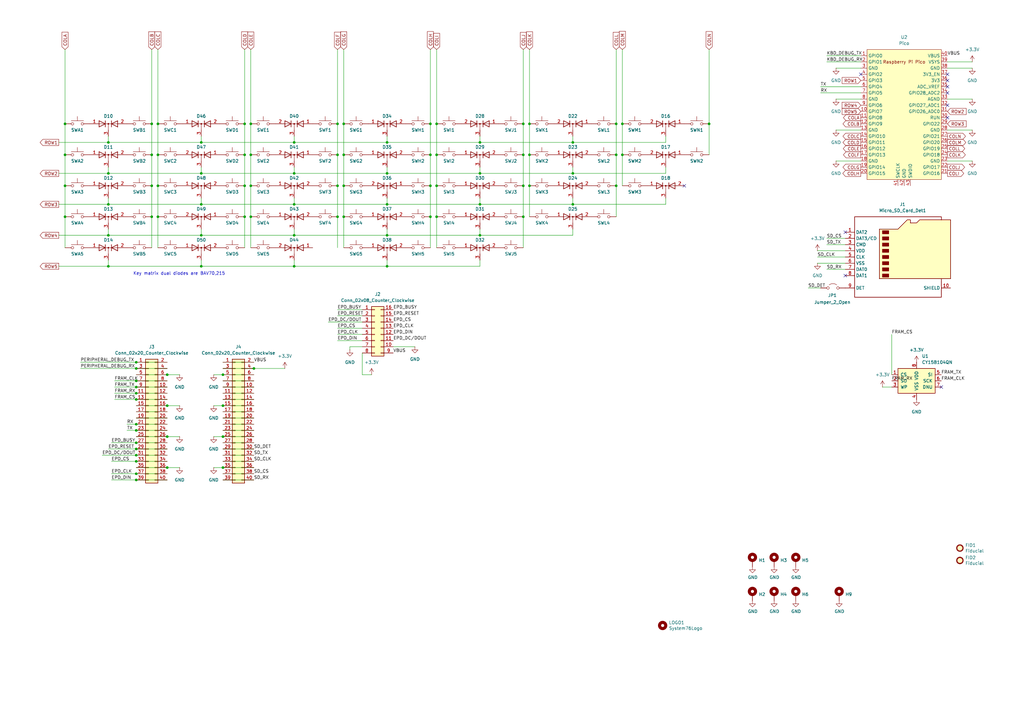
<source format=kicad_sch>
(kicad_sch (version 20231120) (generator "eeschema") (generator_version "8.0")
  (paper "A3")
  (title_block (title "Launch Lite") (date "2021-12-08") (rev "1.0") (company "System76"))
  (junction (at 82.55 109.22))
  (junction (at 214.63 63.5))
  (junction (at 217.17 63.5))
  (junction (at 68.58 191.77))
  (junction (at 68.58 166.37))
  (junction (at 102.87 76.2))
  (junction (at 55.88 194.31))
  (junction (at 176.53 76.2))
  (junction (at 55.88 158.75))
  (junction (at 62.23 50.8))
  (junction (at 55.88 163.83))
  (junction (at 120.65 109.22))
  (junction (at 234.95 58.42))
  (junction (at 62.23 76.2))
  (junction (at 55.88 186.69))
  (junction (at 196.85 71.12))
  (junction (at 82.55 71.12))
  (junction (at 100.33 76.2))
  (junction (at 26.67 76.2))
  (junction (at 158.75 58.42))
  (junction (at 44.45 83.82))
  (junction (at 64.77 63.5))
  (junction (at 55.88 176.53))
  (junction (at 55.88 161.29))
  (junction (at 44.45 96.52))
  (junction (at 64.77 50.8))
  (junction (at 55.88 151.13))
  (junction (at 120.65 71.12))
  (junction (at 217.17 50.8))
  (junction (at 55.88 181.61))
  (junction (at 100.33 63.5))
  (junction (at 234.95 83.82))
  (junction (at 140.97 88.9))
  (junction (at 82.55 96.52))
  (junction (at 252.73 50.8))
  (junction (at 55.88 196.85))
  (junction (at 26.67 63.5))
  (junction (at 120.65 58.42))
  (junction (at 91.44 166.37))
  (junction (at 290.83 50.8))
  (junction (at 26.67 88.9))
  (junction (at 44.45 58.42))
  (junction (at 255.27 50.8))
  (junction (at 214.63 50.8))
  (junction (at 55.88 156.21))
  (junction (at 217.17 76.2))
  (junction (at 68.58 179.07))
  (junction (at 158.75 109.22))
  (junction (at 138.43 76.2))
  (junction (at 102.87 50.8))
  (junction (at 214.63 88.9))
  (junction (at 55.88 189.23))
  (junction (at 176.53 50.8))
  (junction (at 82.55 83.82))
  (junction (at 102.87 63.5))
  (junction (at 138.43 63.5))
  (junction (at 68.58 153.67))
  (junction (at 140.97 50.8))
  (junction (at 158.75 83.82))
  (junction (at 44.45 109.22))
  (junction (at 91.44 179.07))
  (junction (at 82.55 58.42))
  (junction (at 55.88 173.99))
  (junction (at 252.73 76.2))
  (junction (at 62.23 63.5))
  (junction (at 196.85 83.82))
  (junction (at 26.67 50.8))
  (junction (at 120.65 83.82))
  (junction (at 44.45 71.12))
  (junction (at 214.63 76.2))
  (junction (at 176.53 63.5))
  (junction (at 179.07 50.8))
  (junction (at 138.43 88.9))
  (junction (at 62.23 88.9))
  (junction (at 234.95 71.12))
  (junction (at 64.77 76.2))
  (junction (at 196.85 96.52))
  (junction (at 91.44 191.77))
  (junction (at 158.75 71.12))
  (junction (at 252.73 63.5))
  (junction (at 140.97 76.2))
  (junction (at 176.53 88.9))
  (junction (at 179.07 88.9))
  (junction (at 100.33 50.8))
  (junction (at 102.87 88.9))
  (junction (at 179.07 76.2))
  (junction (at 179.07 63.5))
  (junction (at 140.97 63.5))
  (junction (at 120.65 96.52))
  (junction (at 158.75 96.52))
  (junction (at 100.33 88.9))
  (junction (at 55.88 184.15))
  (junction (at 64.77 88.9))
  (junction (at 91.44 153.67))
  (junction (at 196.85 58.42))
  (junction (at 55.88 148.59))
  (junction (at 255.27 63.5))
  (junction (at 138.43 50.8))
  (junction (at 104.14 151.13))
  (no_connect (at 346.71 95.25))
  (no_connect (at 280.67 76.2))
  (no_connect (at 346.71 113.03))
  (no_connect (at 388.62 35.56))
  (no_connect (at 388.62 33.02))
  (no_connect (at 353.06 30.48))
  (no_connect (at 388.62 30.48))
  (no_connect (at 388.62 43.18))
  (no_connect (at 386.08 158.75))
  (no_connect (at 388.62 48.26))
  (no_connect (at 388.62 38.1))
  (wire (pts (xy 290.83 50.8) (xy 290.83 63.5)))
  (wire (pts (xy 55.88 191.77) (xy 68.58 191.77)))
  (wire (pts (xy 120.65 96.52) (xy 158.75 96.52)))
  (wire (pts (xy 388.62 27.94) (xy 398.78 27.94)))
  (wire (pts (xy 46.99 161.29) (xy 55.88 161.29)))
  (wire (pts (xy 140.97 88.9) (xy 140.97 101.6)))
  (wire (pts (xy 100.33 76.2) (xy 100.33 88.9)))
  (wire (pts (xy 41.91 186.69) (xy 55.88 186.69)))
  (wire (pts (xy 252.73 63.5) (xy 252.73 76.2)))
  (wire (pts (xy 52.07 176.53) (xy 55.88 176.53)))
  (wire (pts (xy 64.77 76.2) (xy 64.77 88.9)))
  (wire (pts (xy 55.88 156.21) (xy 68.58 156.21)))
  (wire (pts (xy 100.33 63.5) (xy 100.33 76.2)))
  (wire (pts (xy 73.66 179.07) (xy 68.58 179.07)))
  (wire (pts (xy 24.13 83.82) (xy 44.45 83.82)))
  (wire (pts (xy 44.45 68.58) (xy 44.45 71.12)))
  (wire (pts (xy 44.45 55.88) (xy 44.45 58.42)))
  (wire (pts (xy 55.88 151.13) (xy 68.58 151.13)))
  (wire (pts (xy 102.87 20.32) (xy 102.87 50.8)))
  (wire (pts (xy 91.44 166.37) (xy 104.14 166.37)))
  (wire (pts (xy 102.87 76.2) (xy 102.87 88.9)))
  (wire (pts (xy 138.43 134.62) (xy 148.59 134.62)))
  (wire (pts (xy 91.44 179.07) (xy 104.14 179.07)))
  (wire (pts (xy 82.55 55.88) (xy 82.55 58.42)))
  (wire (pts (xy 176.53 20.32) (xy 176.53 50.8)))
  (wire (pts (xy 62.23 63.5) (xy 62.23 50.8)))
  (wire (pts (xy 138.43 20.32) (xy 138.43 50.8)))
  (wire (pts (xy 140.97 76.2) (xy 140.97 88.9)))
  (wire (pts (xy 196.85 96.52) (xy 158.75 96.52)))
  (wire (pts (xy 234.95 68.58) (xy 234.95 71.12)))
  (wire (pts (xy 138.43 137.16) (xy 148.59 137.16)))
  (wire (pts (xy 255.27 63.5) (xy 255.27 76.2)))
  (wire (pts (xy 335.28 107.95) (xy 346.71 107.95)))
  (wire (pts (xy 273.05 83.82) (xy 273.05 81.28)))
  (wire (pts (xy 179.07 76.2) (xy 179.07 88.9)))
  (wire (pts (xy 339.09 100.33) (xy 346.71 100.33)))
  (wire (pts (xy 91.44 186.69) (xy 104.14 186.69)))
  (wire (pts (xy 148.59 144.78) (xy 148.59 153.67)))
  (wire (pts (xy 342.9 40.64) (xy 353.06 40.64)))
  (wire (pts (xy 158.75 109.22) (xy 158.75 106.68)))
  (wire (pts (xy 214.63 76.2) (xy 214.63 88.9)))
  (wire (pts (xy 140.97 20.32) (xy 140.97 50.8)))
  (wire (pts (xy 55.88 179.07) (xy 68.58 179.07)))
  (wire (pts (xy 91.44 191.77) (xy 104.14 191.77)))
  (wire (pts (xy 196.85 68.58) (xy 196.85 71.12)))
  (wire (pts (xy 55.88 163.83) (xy 68.58 163.83)))
  (wire (pts (xy 45.72 189.23) (xy 55.88 189.23)))
  (wire (pts (xy 82.55 71.12) (xy 120.65 71.12)))
  (wire (pts (xy 91.44 168.91) (xy 104.14 168.91)))
  (wire (pts (xy 55.88 173.99) (xy 68.58 173.99)))
  (wire (pts (xy 73.66 166.37) (xy 68.58 166.37)))
  (wire (pts (xy 100.33 20.32) (xy 100.33 50.8)))
  (wire (pts (xy 252.73 50.8) (xy 252.73 63.5)))
  (wire (pts (xy 91.44 189.23) (xy 104.14 189.23)))
  (wire (pts (xy 44.45 83.82) (xy 82.55 83.82)))
  (wire (pts (xy 179.07 20.32) (xy 179.07 50.8)))
  (wire (pts (xy 87.63 179.07) (xy 91.44 179.07)))
  (wire (pts (xy 87.63 166.37) (xy 91.44 166.37)))
  (wire (pts (xy 55.88 194.31) (xy 68.58 194.31)))
  (wire (pts (xy 44.45 184.15) (xy 55.88 184.15)))
  (wire (pts (xy 339.09 25.4) (xy 353.06 25.4)))
  (wire (pts (xy 158.75 71.12) (xy 158.75 68.58)))
  (wire (pts (xy 196.85 109.22) (xy 158.75 109.22)))
  (wire (pts (xy 44.45 106.68) (xy 44.45 109.22)))
  (wire (pts (xy 82.55 58.42) (xy 120.65 58.42)))
  (wire (pts (xy 45.72 181.61) (xy 55.88 181.61)))
  (wire (pts (xy 336.55 38.1) (xy 353.06 38.1)))
  (wire (pts (xy 388.62 40.64) (xy 398.78 40.64)))
  (wire (pts (xy 87.63 191.77) (xy 91.44 191.77)))
  (wire (pts (xy 91.44 158.75) (xy 104.14 158.75)))
  (wire (pts (xy 234.95 55.88) (xy 234.95 58.42)))
  (wire (pts (xy 45.72 194.31) (xy 55.88 194.31)))
  (wire (pts (xy 143.51 142.24) (xy 148.59 142.24)))
  (wire (pts (xy 91.44 184.15) (xy 104.14 184.15)))
  (wire (pts (xy 335.28 105.41) (xy 346.71 105.41)))
  (wire (pts (xy 138.43 129.54) (xy 148.59 129.54)))
  (wire (pts (xy 196.85 96.52) (xy 234.95 96.52)))
  (wire (pts (xy 138.43 63.5) (xy 138.43 76.2)))
  (wire (pts (xy 82.55 106.68) (xy 82.55 109.22)))
  (wire (pts (xy 55.88 176.53) (xy 68.58 176.53)))
  (wire (pts (xy 24.13 96.52) (xy 44.45 96.52)))
  (wire (pts (xy 55.88 196.85) (xy 68.58 196.85)))
  (wire (pts (xy 214.63 63.5) (xy 214.63 76.2)))
  (wire (pts (xy 196.85 81.28) (xy 196.85 83.82)))
  (wire (pts (xy 91.44 176.53) (xy 104.14 176.53)))
  (wire (pts (xy 55.88 161.29) (xy 68.58 161.29)))
  (wire (pts (xy 62.23 20.32) (xy 62.23 50.8)))
  (wire (pts (xy 55.88 168.91) (xy 68.58 168.91)))
  (wire (pts (xy 102.87 63.5) (xy 102.87 76.2)))
  (wire (pts (xy 44.45 93.98) (xy 44.45 96.52)))
  (wire (pts (xy 361.95 158.75) (xy 365.76 158.75)))
  (wire (pts (xy 44.45 109.22) (xy 82.55 109.22)))
  (wire (pts (xy 55.88 171.45) (xy 68.58 171.45)))
  (wire (pts (xy 214.63 50.8) (xy 214.63 63.5)))
  (wire (pts (xy 120.65 106.68) (xy 120.65 109.22)))
  (wire (pts (xy 73.66 191.77) (xy 68.58 191.77)))
  (wire (pts (xy 87.63 153.67) (xy 91.44 153.67)))
  (wire (pts (xy 91.44 156.21) (xy 104.14 156.21)))
  (wire (pts (xy 290.83 20.32) (xy 290.83 50.8)))
  (wire (pts (xy 55.88 148.59) (xy 68.58 148.59)))
  (wire (pts (xy 234.95 93.98) (xy 234.95 96.52)))
  (wire (pts (xy 234.95 83.82) (xy 273.05 83.82)))
  (wire (pts (xy 64.77 50.8) (xy 64.77 63.5)))
  (wire (pts (xy 62.23 63.5) (xy 62.23 76.2)))
  (wire (pts (xy 138.43 50.8) (xy 138.43 63.5)))
  (wire (pts (xy 179.07 63.5) (xy 179.07 76.2)))
  (wire (pts (xy 91.44 153.67) (xy 104.14 153.67)))
  (wire (pts (xy 342.9 53.34) (xy 353.06 53.34)))
  (wire (pts (xy 55.88 186.69) (xy 68.58 186.69)))
  (wire (pts (xy 176.53 88.9) (xy 176.53 101.6)))
  (wire (pts (xy 161.29 142.24) (xy 170.18 142.24)))
  (wire (pts (xy 46.99 158.75) (xy 55.88 158.75)))
  (wire (pts (xy 336.55 35.56) (xy 353.06 35.56)))
  (wire (pts (xy 255.27 20.32) (xy 255.27 50.8)))
  (wire (pts (xy 55.88 153.67) (xy 68.58 153.67)))
  (wire (pts (xy 44.45 71.12) (xy 82.55 71.12)))
  (wire (pts (xy 217.17 63.5) (xy 217.17 76.2)))
  (wire (pts (xy 116.84 151.13) (xy 104.14 151.13)))
  (wire (pts (xy 255.27 50.8) (xy 255.27 63.5)))
  (wire (pts (xy 64.77 63.5) (xy 64.77 76.2)))
  (wire (pts (xy 120.65 93.98) (xy 120.65 96.52)))
  (wire (pts (xy 44.45 58.42) (xy 82.55 58.42)))
  (wire (pts (xy 62.23 88.9) (xy 62.23 101.6)))
  (wire (pts (xy 24.13 58.42) (xy 44.45 58.42)))
  (wire (pts (xy 196.85 71.12) (xy 234.95 71.12)))
  (wire (pts (xy 26.67 76.2) (xy 26.67 88.9)))
  (wire (pts (xy 82.55 83.82) (xy 120.65 83.82)))
  (wire (pts (xy 196.85 83.82) (xy 158.75 83.82)))
  (wire (pts (xy 179.07 50.8) (xy 179.07 63.5)))
  (wire (pts (xy 82.55 93.98) (xy 82.55 96.52)))
  (wire (pts (xy 138.43 88.9) (xy 138.43 101.6)))
  (wire (pts (xy 179.07 88.9) (xy 179.07 101.6)))
  (wire (pts (xy 342.9 27.94) (xy 353.06 27.94)))
  (wire (pts (xy 176.53 63.5) (xy 176.53 76.2)))
  (wire (pts (xy 214.63 20.32) (xy 214.63 50.8)))
  (wire (pts (xy 91.44 181.61) (xy 104.14 181.61)))
  (wire (pts (xy 252.73 20.32) (xy 252.73 50.8)))
  (wire (pts (xy 148.59 153.67) (xy 152.4 153.67)))
  (wire (pts (xy 26.67 20.32) (xy 26.67 50.8)))
  (wire (pts (xy 158.75 58.42) (xy 158.75 55.88)))
  (wire (pts (xy 138.43 76.2) (xy 138.43 88.9)))
  (wire (pts (xy 143.51 143.51) (xy 143.51 142.24)))
  (wire (pts (xy 217.17 50.8) (xy 217.17 63.5)))
  (wire (pts (xy 102.87 88.9) (xy 102.87 101.6)))
  (wire (pts (xy 33.02 148.59) (xy 55.88 148.59)))
  (wire (pts (xy 196.85 106.68) (xy 196.85 109.22)))
  (wire (pts (xy 138.43 127) (xy 148.59 127)))
  (wire (pts (xy 138.43 139.7) (xy 148.59 139.7)))
  (wire (pts (xy 196.85 58.42) (xy 158.75 58.42)))
  (wire (pts (xy 26.67 88.9) (xy 26.67 101.6)))
  (wire (pts (xy 140.97 50.8) (xy 140.97 63.5)))
  (wire (pts (xy 73.66 153.67) (xy 68.58 153.67)))
  (wire (pts (xy 158.75 83.82) (xy 158.75 81.28)))
  (wire (pts (xy 134.62 132.08) (xy 148.59 132.08)))
  (wire (pts (xy 82.55 83.82) (xy 82.55 81.28)))
  (wire (pts (xy 196.85 93.98) (xy 196.85 96.52)))
  (wire (pts (xy 55.88 166.37) (xy 68.58 166.37)))
  (wire (pts (xy 26.67 63.5) (xy 26.67 76.2)))
  (wire (pts (xy 120.65 71.12) (xy 158.75 71.12)))
  (wire (pts (xy 120.65 109.22) (xy 158.75 109.22)))
  (wire (pts (xy 100.33 88.9) (xy 100.33 101.6)))
  (wire (pts (xy 100.33 50.8) (xy 100.33 63.5)))
  (wire (pts (xy 91.44 194.31) (xy 104.14 194.31)))
  (wire (pts (xy 55.88 158.75) (xy 68.58 158.75)))
  (wire (pts (xy 342.9 66.04) (xy 353.06 66.04)))
  (wire (pts (xy 46.99 156.21) (xy 55.88 156.21)))
  (wire (pts (xy 331.47 118.11) (xy 336.55 118.11)))
  (wire (pts (xy 33.02 151.13) (xy 55.88 151.13)))
  (wire (pts (xy 91.44 171.45) (xy 104.14 171.45)))
  (wire (pts (xy 120.65 83.82) (xy 158.75 83.82)))
  (wire (pts (xy 82.55 109.22) (xy 120.65 109.22)))
  (wire (pts (xy 91.44 161.29) (xy 104.14 161.29)))
  (wire (pts (xy 55.88 189.23) (xy 68.58 189.23)))
  (wire (pts (xy 82.55 68.58) (xy 82.55 71.12)))
  (wire (pts (xy 55.88 181.61) (xy 68.58 181.61)))
  (wire (pts (xy 91.44 196.85) (xy 104.14 196.85)))
  (wire (pts (xy 62.23 76.2) (xy 62.23 88.9)))
  (wire (pts (xy 44.45 81.28) (xy 44.45 83.82)))
  (wire (pts (xy 388.62 66.04) (xy 398.78 66.04)))
  (wire (pts (xy 339.09 22.86) (xy 353.06 22.86)))
  (wire (pts (xy 196.85 58.42) (xy 234.95 58.42)))
  (wire (pts (xy 120.65 55.88) (xy 120.65 58.42)))
  (wire (pts (xy 91.44 163.83) (xy 104.14 163.83)))
  (wire (pts (xy 91.44 151.13) (xy 104.14 151.13)))
  (wire (pts (xy 46.99 163.83) (xy 55.88 163.83)))
  (wire (pts (xy 91.44 173.99) (xy 104.14 173.99)))
  (wire (pts (xy 234.95 71.12) (xy 273.05 71.12)))
  (wire (pts (xy 140.97 63.5) (xy 140.97 76.2)))
  (wire (pts (xy 214.63 88.9) (xy 214.63 101.6)))
  (wire (pts (xy 234.95 81.28) (xy 234.95 83.82)))
  (wire (pts (xy 82.55 96.52) (xy 120.65 96.52)))
  (wire (pts (xy 102.87 50.8) (xy 102.87 63.5)))
  (wire (pts (xy 64.77 88.9) (xy 64.77 101.6)))
  (wire (pts (xy 158.75 96.52) (xy 158.75 93.98)))
  (wire (pts (xy 234.95 58.42) (xy 273.05 58.42)))
  (wire (pts (xy 24.13 109.22) (xy 44.45 109.22)))
  (wire (pts (xy 120.65 81.28) (xy 120.65 83.82)))
  (wire (pts (xy 252.73 76.2) (xy 252.73 88.9)))
  (wire (pts (xy 196.85 83.82) (xy 234.95 83.82)))
  (wire (pts (xy 196.85 71.12) (xy 158.75 71.12)))
  (wire (pts (xy 176.53 50.8) (xy 176.53 63.5)))
  (wire (pts (xy 26.67 50.8) (xy 26.67 63.5)))
  (wire (pts (xy 365.76 137.16) (xy 365.76 153.67)))
  (wire (pts (xy 52.07 173.99) (xy 55.88 173.99)))
  (wire (pts (xy 273.05 58.42) (xy 273.05 55.88)))
  (wire (pts (xy 217.17 20.32) (xy 217.17 50.8)))
  (wire (pts (xy 120.65 58.42) (xy 158.75 58.42)))
  (wire (pts (xy 273.05 71.12) (xy 273.05 68.58)))
  (wire (pts (xy 388.62 53.34) (xy 398.78 53.34)))
  (wire (pts (xy 55.88 184.15) (xy 68.58 184.15)))
  (wire (pts (xy 339.09 110.49) (xy 346.71 110.49)))
  (wire (pts (xy 388.62 25.4) (xy 398.78 25.4)))
  (wire (pts (xy 335.28 102.87) (xy 346.71 102.87)))
  (wire (pts (xy 91.44 148.59) (xy 104.14 148.59)))
  (wire (pts (xy 176.53 76.2) (xy 176.53 88.9)))
  (wire (pts (xy 120.65 68.58) (xy 120.65 71.12)))
  (wire (pts (xy 339.09 97.79) (xy 346.71 97.79)))
  (wire (pts (xy 24.13 71.12) (xy 44.45 71.12)))
  (wire (pts (xy 217.17 76.2) (xy 217.17 88.9)))
  (wire (pts (xy 45.72 196.85) (xy 55.88 196.85)))
  (wire (pts (xy 196.85 55.88) (xy 196.85 58.42)))
  (wire (pts (xy 64.77 20.32) (xy 64.77 50.8)))
  (wire (pts (xy 44.45 96.52) (xy 82.55 96.52)))
  (text "Key matrix dual diodes are BAV70,215" (at 54.61 113.03 0) (effects (font (size 1.27 1.27)) (justify left bottom)))
  (label "TX" (at 336.55 35.56 0))
  (label "EPD_DIN" (at 45.72 196.85 0))
  (label "SD_CLK" (at 335.28 105.41 0))
  (label "SD_DET" (at 331.47 118.11 0))
  (label "EPD_CS" (at 161.29 132.08 0))
  (label "SD_TX" (at 339.09 100.33 0))
  (label "FRAM_CLK" (at 386.08 156.21 0))
  (label "EPD_CLK" (at 138.43 137.16 0))
  (label "EPD_RESET" (at 138.43 129.54 0))
  (label "FRAM_CS" (at 365.76 137.16 0))
  (label "RX" (at 336.55 38.1 0))
  (label "SD_CS" (at 104.14 194.31 0))
  (label "EPD_CS" (at 138.43 134.62 0))
  (label "SD_CLK" (at 104.14 189.23 0))
  (label "EPD_CLK" (at 161.29 134.62 0))
  (label "FRAM_RX" (at 365.76 156.21 0))
  (label "TX" (at 52.07 176.53 0))
  (label "EPD_RESET" (at 44.45 184.15 0))
  (label "SD_TX" (at 104.14 186.69 0))
  (label "SD_RX" (at 104.14 196.85 0))
  (label "SD_CS" (at 339.09 97.79 0))
  (label "FRAM_CLK" (at 46.99 156.21 0))
  (label "FRAM_RX" (at 46.99 161.29 0))
  (label "EPD_BUSY" (at 45.72 181.61 0))
  (label "FRAM_TX" (at 46.99 158.75 0))
  (label "EPD_BUSY" (at 138.43 127 0))
  (label "VBUS" (at 104.14 148.59 0))
  (label "PERIPHERAL_DEBUG_RX" (at 33.02 151.13 0))
  (label "VBUS" (at 388.62 22.86 0))
  (label "SD_DET" (at 104.14 184.15 0))
  (label "EPD_RESET" (at 161.29 129.54 0))
  (label "EPD_DIN" (at 138.43 139.7 0))
  (label "EPD_CLK" (at 45.72 194.31 0))
  (label "EPD_DIN" (at 161.29 137.16 0))
  (label "FRAM_TX" (at 386.08 153.67 0))
  (label "EPD_DC{slash}DOUT" (at 161.29 139.7 0))
  (label "EPD_CS" (at 45.72 189.23 0))
  (label "SD_RX" (at 339.09 110.49 0))
  (label "KBD_DEBUG_RX" (at 339.09 25.4 0))
  (label "EPD_DC{slash}DOUT" (at 134.62 132.08 0))
  (label "RX" (at 52.07 173.99 0))
  (label "EPD_DC{slash}DOUT" (at 41.91 186.69 0))
  (label "KBD_DEBUG_TX" (at 339.09 22.86 0))
  (label "VBUS" (at 161.29 144.78 0))
  (label "EPD_BUSY" (at 161.29 127 0))
  (label "FRAM_CS" (at 46.99 163.83 0))
  (label "PERIPHERAL_DEBUG_TX" (at 33.02 148.59 0))
  (global_label "COLN" (shape output) (at 388.62 55.88 0) (property "Intersheetrefs" "${INTERSHEET_REFS}" (effects (hide yes))))
  (global_label "ROW5" (shape input) (at 353.06 45.72 180) (property "Intersheetrefs" "${INTERSHEET_REFS}" (effects (hide yes))))
  (global_label "COLN" (shape input) (at 290.83 20.32 90) (property "Intersheetrefs" "${INTERSHEET_REFS}" (effects (hide yes))))
  (global_label "COLC" (shape output) (at 353.06 55.88 180) (property "Intersheetrefs" "${INTERSHEET_REFS}" (effects (hide yes))))
  (global_label "COLI" (shape output) (at 388.62 71.12 0) (property "Intersheetrefs" "${INTERSHEET_REFS}" (effects (hide yes))))
  (global_label "COLE" (shape output) (at 353.06 60.96 180) (property "Intersheetrefs" "${INTERSHEET_REFS}" (effects (hide yes))))
  (global_label "ROW1" (shape input) (at 353.06 33.02 180) (property "Intersheetrefs" "${INTERSHEET_REFS}" (effects (hide yes))))
  (global_label "COLJ" (shape output) (at 388.62 68.58 0) (property "Intersheetrefs" "${INTERSHEET_REFS}" (effects (hide yes))))
  (global_label "COLL" (shape input) (at 252.73 20.32 90) (property "Intersheetrefs" "${INTERSHEET_REFS}" (effects (hide yes))))
  (global_label "ROW5" (shape output) (at 24.13 109.22 180) (property "Intersheetrefs" "${INTERSHEET_REFS}" (effects (hide yes))))
  (global_label "ROW1" (shape output) (at 24.13 58.42 180) (property "Intersheetrefs" "${INTERSHEET_REFS}" (effects (hide yes))))
  (global_label "COLB" (shape output) (at 353.06 50.8 180) (property "Intersheetrefs" "${INTERSHEET_REFS}" (effects (hide yes))))
  (global_label "COLA" (shape output) (at 353.06 48.26 180) (property "Intersheetrefs" "${INTERSHEET_REFS}" (effects (hide yes))))
  (global_label "COLK" (shape output) (at 388.62 63.5 0) (property "Intersheetrefs" "${INTERSHEET_REFS}" (effects (hide yes))))
  (global_label "COLM" (shape input) (at 255.27 20.32 90) (property "Intersheetrefs" "${INTERSHEET_REFS}" (effects (hide yes))))
  (global_label "COLF" (shape output) (at 353.06 63.5 180) (property "Intersheetrefs" "${INTERSHEET_REFS}" (effects (hide yes))))
  (global_label "COLK" (shape input) (at 217.17 20.32 90) (property "Intersheetrefs" "${INTERSHEET_REFS}" (effects (hide yes))))
  (global_label "COLC" (shape input) (at 64.77 20.32 90) (property "Intersheetrefs" "${INTERSHEET_REFS}" (effects (hide yes))))
  (global_label "COLH" (shape output) (at 353.06 71.12 180) (property "Intersheetrefs" "${INTERSHEET_REFS}" (effects (hide yes))))
  (global_label "ROW2" (shape output) (at 24.13 71.12 180) (property "Intersheetrefs" "${INTERSHEET_REFS}" (effects (hide yes))))
  (global_label "ROW3" (shape output) (at 24.13 83.82 180) (property "Intersheetrefs" "${INTERSHEET_REFS}" (effects (hide yes))))
  (global_label "COLJ" (shape input) (at 214.63 20.32 90) (property "Intersheetrefs" "${INTERSHEET_REFS}" (effects (hide yes))))
  (global_label "ROW3" (shape input) (at 388.62 50.8 0) (property "Intersheetrefs" "${INTERSHEET_REFS}" (effects (hide yes))))
  (global_label "ROW2" (shape input) (at 388.62 45.72 0) (property "Intersheetrefs" "${INTERSHEET_REFS}" (effects (hide yes))))
  (global_label "COLI" (shape input) (at 179.07 20.32 90) (property "Intersheetrefs" "${INTERSHEET_REFS}" (effects (hide yes))))
  (global_label "ROW4" (shape output) (at 24.13 96.52 180) (property "Intersheetrefs" "${INTERSHEET_REFS}" (effects (hide yes))))
  (global_label "COLD" (shape output) (at 353.06 58.42 180) (property "Intersheetrefs" "${INTERSHEET_REFS}" (effects (hide yes))))
  (global_label "COLL" (shape output) (at 388.62 60.96 0) (property "Intersheetrefs" "${INTERSHEET_REFS}" (effects (hide yes))))
  (global_label "COLG" (shape input) (at 140.97 20.32 90) (property "Intersheetrefs" "${INTERSHEET_REFS}" (effects (hide yes))))
  (global_label "ROW4" (shape input) (at 353.06 43.18 180) (property "Intersheetrefs" "${INTERSHEET_REFS}" (effects (hide yes))))
  (global_label "COLG" (shape output) (at 353.06 68.58 180) (property "Intersheetrefs" "${INTERSHEET_REFS}" (effects (hide yes))))
  (global_label "COLM" (shape output) (at 388.62 58.42 0) (property "Intersheetrefs" "${INTERSHEET_REFS}" (effects (hide yes))))
  (global_label "COLA" (shape input) (at 26.67 20.32 90) (property "Intersheetrefs" "${INTERSHEET_REFS}" (effects (hide yes))))
  (global_label "COLF" (shape input) (at 138.43 20.32 90) (property "Intersheetrefs" "${INTERSHEET_REFS}" (effects (hide yes))))
  (global_label "COLE" (shape input) (at 102.87 20.32 90) (property "Intersheetrefs" "${INTERSHEET_REFS}" (effects (hide yes))))
  (global_label "COLD" (shape input) (at 100.33 20.32 90) (property "Intersheetrefs" "${INTERSHEET_REFS}" (effects (hide yes))))
  (global_label "COLH" (shape input) (at 176.53 20.32 90) (property "Intersheetrefs" "${INTERSHEET_REFS}" (effects (hide yes))))
  (global_label "COLB" (shape input) (at 62.23 20.32 90) (property "Intersheetrefs" "${INTERSHEET_REFS}" (effects (hide yes))))
  (symbol (lib_id "Switch:SW_Push") (at 31.75 50.8 0) (unit 1)
    (property "Reference" "SWA1" (at 31.75 53.34 0))
    (property "Value" "CPG151101S11" (effects (hide yes)))
    (property "Footprint" "Kailh:Kailh_socket_MX" (effects (hide yes)))
    (property "Manufacturer" "Kailh" (effects (hide yes)))
  )
  (symbol (lib_id "Switch:SW_Push") (at 57.15 50.8 0) (mirror y) (unit 1)
    (property "Reference" "SWB1" (at 57.15 53.34 0))
    (property "Value" "CPG151101S11" (effects (hide yes)))
    (property "Footprint" "Kailh:Kailh_socket_MX" (effects (hide yes)))
    (property "Manufacturer" "Kailh" (effects (hide yes)))
  )
  (symbol (lib_id "Switch:SW_Push") (at 69.85 50.8 0) (unit 1)
    (property "Reference" "SWC1" (at 69.85 53.34 0))
    (property "Value" "CPG151101S11" (effects (hide yes)))
    (property "Footprint" "Kailh:Kailh_socket_MX" (effects (hide yes)))
    (property "Manufacturer" "Kailh" (effects (hide yes)))
  )
  (symbol (lib_id "Switch:SW_Push") (at 95.25 50.8 0) (mirror y) (unit 1)
    (property "Reference" "SWD1" (at 95.25 53.34 0))
    (property "Value" "CPG151101S11" (effects (hide yes)))
    (property "Footprint" "Kailh:Kailh_socket_MX" (effects (hide yes)))
    (property "Manufacturer" "Kailh" (effects (hide yes)))
  )
  (symbol (lib_id "Switch:SW_Push") (at 107.95 50.8 0) (unit 1)
    (property "Reference" "SWE1" (at 107.95 53.34 0))
    (property "Value" "CPG151101S11" (effects (hide yes)))
    (property "Footprint" "Kailh:Kailh_socket_MX" (effects (hide yes)))
    (property "Manufacturer" "Kailh" (effects (hide yes)))
  )
  (symbol (lib_id "Switch:SW_Push") (at 133.35 50.8 0) (mirror y) (unit 1)
    (property "Reference" "SWF1" (at 133.35 53.34 0))
    (property "Value" "CPG151101S11" (effects (hide yes)))
    (property "Footprint" "Kailh:Kailh_socket_MX" (effects (hide yes)))
    (property "Manufacturer" "Kailh" (effects (hide yes)))
  )
  (symbol (lib_id "Switch:SW_Push") (at 146.05 50.8 0) (unit 1)
    (property "Reference" "SWG1" (at 146.05 53.34 0))
    (property "Value" "CPG151101S11" (effects (hide yes)))
    (property "Footprint" "Kailh:Kailh_socket_MX" (effects (hide yes)))
    (property "Manufacturer" "Kailh" (effects (hide yes)))
  )
  (symbol (lib_id "Switch:SW_Push") (at 171.45 50.8 0) (mirror y) (unit 1)
    (property "Reference" "SWH1" (at 171.45 53.34 0))
    (property "Value" "CPG151101S11" (effects (hide yes)))
    (property "Footprint" "Kailh:Kailh_socket_MX" (effects (hide yes)))
    (property "Manufacturer" "Kailh" (effects (hide yes)))
  )
  (symbol (lib_id "Switch:SW_Push") (at 184.15 50.8 0) (unit 1)
    (property "Reference" "SWI1" (at 184.15 53.34 0))
    (property "Value" "CPG151101S11" (effects (hide yes)))
    (property "Footprint" "Kailh:Kailh_socket_MX" (effects (hide yes)))
    (property "Manufacturer" "Kailh" (effects (hide yes)))
  )
  (symbol (lib_id "Switch:SW_Push") (at 209.55 50.8 0) (mirror y) (unit 1)
    (property "Reference" "SWJ1" (at 209.55 53.34 0))
    (property "Value" "CPG151101S11" (effects (hide yes)))
    (property "Footprint" "Kailh:Kailh_socket_MX" (effects (hide yes)))
    (property "Manufacturer" "Kailh" (effects (hide yes)))
  )
  (symbol (lib_id "Switch:SW_Push") (at 222.25 50.8 0) (unit 1)
    (property "Reference" "SWK1" (at 222.25 53.34 0))
    (property "Value" "CPG151101S11" (effects (hide yes)))
    (property "Footprint" "Kailh:Kailh_socket_MX" (effects (hide yes)))
    (property "Manufacturer" "Kailh" (effects (hide yes)))
  )
  (symbol (lib_id "Switch:SW_Push") (at 247.65 50.8 0) (mirror y) (unit 1)
    (property "Reference" "SWL1" (at 247.65 53.34 0))
    (property "Value" "CPG151101S11" (effects (hide yes)))
    (property "Footprint" "Kailh:Kailh_socket_MX" (effects (hide yes)))
    (property "Manufacturer" "Kailh" (effects (hide yes)))
  )
  (symbol (lib_id "Switch:SW_Push") (at 260.35 50.8 0) (unit 1)
    (property "Reference" "SWM1" (at 260.35 53.34 0))
    (property "Value" "CPG151101S11" (effects (hide yes)))
    (property "Footprint" "Kailh:Kailh_socket_MX" (effects (hide yes)))
    (property "Manufacturer" "Kailh" (effects (hide yes)))
  )
  (symbol (lib_id "Switch:SW_Push") (at 285.75 50.8 0) (mirror y) (unit 1)
    (property "Reference" "SWN1" (at 285.75 53.34 0))
    (property "Value" "CPG151101S11" (effects (hide yes)))
    (property "Footprint" "Kailh:Kailh_socket_MX" (effects (hide yes)))
    (property "Manufacturer" "Kailh" (effects (hide yes)))
  )
  (symbol (lib_id "Switch:SW_Push") (at 285.75 63.5 0) (mirror y) (unit 1)
    (property "Reference" "SWN2" (at 285.75 66.04 0))
    (property "Value" "CPG151101S11" (effects (hide yes)))
    (property "Footprint" "Kailh:Kailh_socket_MX" (effects (hide yes)))
    (property "Manufacturer" "Kailh" (effects (hide yes)))
  )
  (symbol (lib_id "Switch:SW_Push") (at 260.35 63.5 0) (unit 1)
    (property "Reference" "SWM2" (at 260.35 66.04 0))
    (property "Value" "CPG151101S11" (effects (hide yes)))
    (property "Footprint" "Kailh:Kailh_socket_MX" (effects (hide yes)))
    (property "Manufacturer" "Kailh" (effects (hide yes)))
  )
  (symbol (lib_id "Switch:SW_Push") (at 247.65 63.5 0) (mirror y) (unit 1)
    (property "Reference" "SWL2" (at 247.65 66.04 0))
    (property "Value" "CPG151101S11" (effects (hide yes)))
    (property "Footprint" "Kailh:Kailh_socket_MX" (effects (hide yes)))
    (property "Manufacturer" "Kailh" (effects (hide yes)))
  )
  (symbol (lib_id "Switch:SW_Push") (at 222.25 63.5 0) (unit 1)
    (property "Reference" "SWK2" (at 222.25 66.04 0))
    (property "Value" "CPG151101S11" (effects (hide yes)))
    (property "Footprint" "Kailh:Kailh_socket_MX" (effects (hide yes)))
    (property "Manufacturer" "Kailh" (effects (hide yes)))
  )
  (symbol (lib_id "Switch:SW_Push") (at 209.55 63.5 0) (mirror y) (unit 1)
    (property "Reference" "SWJ2" (at 209.55 66.04 0))
    (property "Value" "CPG151101S11" (effects (hide yes)))
    (property "Footprint" "Kailh:Kailh_socket_MX" (effects (hide yes)))
    (property "Manufacturer" "Kailh" (effects (hide yes)))
  )
  (symbol (lib_id "Switch:SW_Push") (at 260.35 76.2 0) (unit 1)
    (property "Reference" "SWM3" (at 260.35 78.74 0))
    (property "Value" "CPG151101S11" (effects (hide yes)))
    (property "Footprint" "Kailh:Kailh_socket_MX" (effects (hide yes)))
    (property "Manufacturer" "Kailh" (effects (hide yes)))
  )
  (symbol (lib_id "Switch:SW_Push") (at 247.65 76.2 0) (mirror y) (unit 1)
    (property "Reference" "SWL3" (at 247.65 78.74 0))
    (property "Value" "CPG151101S11" (effects (hide yes)))
    (property "Footprint" "Kailh:Kailh_socket_MX" (effects (hide yes)))
    (property "Manufacturer" "Kailh" (effects (hide yes)))
  )
  (symbol (lib_id "Switch:SW_Push") (at 222.25 76.2 0) (unit 1)
    (property "Reference" "SWK3" (at 222.25 78.74 0))
    (property "Value" "CPG151101S11" (effects (hide yes)))
    (property "Footprint" "Kailh:Kailh_socket_MX" (effects (hide yes)))
    (property "Manufacturer" "Kailh" (effects (hide yes)))
  )
  (symbol (lib_id "Switch:SW_Push") (at 247.65 88.9 0) (mirror y) (unit 1)
    (property "Reference" "SWL4" (at 247.65 91.44 0))
    (property "Value" "CPG151101S11" (effects (hide yes)))
    (property "Footprint" "Kailh:Kailh_socket_MX" (effects (hide yes)))
    (property "Manufacturer" "Kailh" (effects (hide yes)))
  )
  (symbol (lib_id "Switch:SW_Push") (at 222.25 88.9 0) (unit 1)
    (property "Reference" "SWK4" (at 222.25 91.44 0))
    (property "Value" "CPG151101S11" (effects (hide yes)))
    (property "Footprint" "Kailh:Kailh_socket_MX" (effects (hide yes)))
    (property "Manufacturer" "Kailh" (effects (hide yes)))
  )
  (symbol (lib_id "Switch:SW_Push") (at 209.55 88.9 0) (mirror y) (unit 1)
    (property "Reference" "SWJ4" (at 209.55 91.44 0))
    (property "Value" "CPG151101S11" (effects (hide yes)))
    (property "Footprint" "Kailh:Kailh_socket_MX" (effects (hide yes)))
    (property "Manufacturer" "Kailh" (effects (hide yes)))
  )
  (symbol (lib_id "Switch:SW_Push") (at 209.55 76.2 0) (mirror y) (unit 1)
    (property "Reference" "SWJ3" (at 209.55 78.74 0))
    (property "Value" "CPG151101S11" (effects (hide yes)))
    (property "Footprint" "Kailh:Kailh_socket_MX" (effects (hide yes)))
    (property "Manufacturer" "Kailh" (effects (hide yes)))
  )
  (symbol (lib_id "Switch:SW_Push") (at 184.15 76.2 0) (unit 1)
    (property "Reference" "SWI3" (at 184.15 78.74 0))
    (property "Value" "CPG151101S11" (effects (hide yes)))
    (property "Footprint" "Kailh:Kailh_socket_MX" (effects (hide yes)))
    (property "Manufacturer" "Kailh" (effects (hide yes)))
  )
  (symbol (lib_id "Switch:SW_Push") (at 184.15 63.5 0) (unit 1)
    (property "Reference" "SWI2" (at 184.15 66.04 0))
    (property "Value" "CPG151101S11" (effects (hide yes)))
    (property "Footprint" "Kailh:Kailh_socket_MX" (effects (hide yes)))
    (property "Manufacturer" "Kailh" (effects (hide yes)))
  )
  (symbol (lib_id "Switch:SW_Push") (at 171.45 63.5 0) (mirror y) (unit 1)
    (property "Reference" "SWH2" (at 171.45 66.04 0))
    (property "Value" "CPG151101S11" (effects (hide yes)))
    (property "Footprint" "Kailh:Kailh_socket_MX" (effects (hide yes)))
    (property "Manufacturer" "Kailh" (effects (hide yes)))
  )
  (symbol (lib_id "Switch:SW_Push") (at 171.45 76.2 0) (mirror y) (unit 1)
    (property "Reference" "SWH3" (at 171.45 78.74 0))
    (property "Value" "CPG151101S11" (effects (hide yes)))
    (property "Footprint" "Kailh:Kailh_socket_MX" (effects (hide yes)))
    (property "Manufacturer" "Kailh" (effects (hide yes)))
  )
  (symbol (lib_id "Switch:SW_Push") (at 184.15 88.9 0) (unit 1)
    (property "Reference" "SWI4" (at 184.15 91.44 0))
    (property "Value" "CPG151101S11" (effects (hide yes)))
    (property "Footprint" "Kailh:Kailh_socket_MX" (effects (hide yes)))
    (property "Manufacturer" "Kailh" (effects (hide yes)))
  )
  (symbol (lib_id "Switch:SW_Push") (at 209.55 101.6 0) (mirror y) (unit 1)
    (property "Reference" "SWJ5" (at 209.55 104.14 0))
    (property "Value" "CPG151101S11" (effects (hide yes)))
    (property "Footprint" "Kailh:Kailh_socket_MX" (effects (hide yes)))
    (property "Manufacturer" "Kailh" (effects (hide yes)))
  )
  (symbol (lib_id "Switch:SW_Push") (at 184.15 101.6 0) (unit 1)
    (property "Reference" "SWI5" (at 184.15 104.14 0))
    (property "Value" "CPG151101S11" (effects (hide yes)))
    (property "Footprint" "Kailh:Kailh_socket_MX" (effects (hide yes)))
    (property "Manufacturer" "Kailh" (effects (hide yes)))
  )
  (symbol (lib_id "Switch:SW_Push") (at 171.45 101.6 0) (mirror y) (unit 1)
    (property "Reference" "SWH5" (at 171.45 104.14 0))
    (property "Value" "CPG151101S11" (effects (hide yes)))
    (property "Footprint" "Kailh:Kailh_socket_MX" (effects (hide yes)))
    (property "Manufacturer" "Kailh" (effects (hide yes)))
  )
  (symbol (lib_id "Switch:SW_Push") (at 171.45 88.9 0) (mirror y) (unit 1)
    (property "Reference" "SWH4" (at 171.45 91.44 0))
    (property "Value" "CPG151101S11" (effects (hide yes)))
    (property "Footprint" "Kailh:Kailh_socket_MX" (effects (hide yes)))
    (property "Manufacturer" "Kailh" (effects (hide yes)))
  )
  (symbol (lib_id "Switch:SW_Push") (at 146.05 88.9 0) (unit 1)
    (property "Reference" "SWG4" (at 146.05 91.44 0))
    (property "Value" "CPG151101S11" (effects (hide yes)))
    (property "Footprint" "Kailh:Kailh_socket_MX" (effects (hide yes)))
    (property "Manufacturer" "Kailh" (effects (hide yes)))
  )
  (symbol (lib_id "Switch:SW_Push") (at 146.05 76.2 0) (unit 1)
    (property "Reference" "SWG3" (at 146.05 78.74 0))
    (property "Value" "CPG151101S11" (effects (hide yes)))
    (property "Footprint" "Kailh:Kailh_socket_MX" (effects (hide yes)))
    (property "Manufacturer" "Kailh" (effects (hide yes)))
  )
  (symbol (lib_id "Switch:SW_Push") (at 146.05 63.5 0) (unit 1)
    (property "Reference" "SWG2" (at 146.05 66.04 0))
    (property "Value" "CPG151101S11" (effects (hide yes)))
    (property "Footprint" "Kailh:Kailh_socket_MX" (effects (hide yes)))
    (property "Manufacturer" "Kailh" (effects (hide yes)))
  )
  (symbol (lib_id "Switch:SW_Push") (at 133.35 63.5 0) (mirror y) (unit 1)
    (property "Reference" "SWF2" (at 133.35 66.04 0))
    (property "Value" "CPG151101S11" (effects (hide yes)))
    (property "Footprint" "Kailh:Kailh_socket_MX" (effects (hide yes)))
    (property "Manufacturer" "Kailh" (effects (hide yes)))
  )
  (symbol (lib_id "Switch:SW_Push") (at 133.35 76.2 0) (mirror y) (unit 1)
    (property "Reference" "SWF3" (at 133.35 78.74 0))
    (property "Value" "CPG151101S11" (effects (hide yes)))
    (property "Footprint" "Kailh:Kailh_socket_MX" (effects (hide yes)))
    (property "Manufacturer" "Kailh" (effects (hide yes)))
  )
  (symbol (lib_id "Switch:SW_Push") (at 133.35 88.9 0) (mirror y) (unit 1)
    (property "Reference" "SWF4" (at 133.35 91.44 0))
    (property "Value" "CPG151101S11" (effects (hide yes)))
    (property "Footprint" "Kailh:Kailh_socket_MX" (effects (hide yes)))
    (property "Manufacturer" "Kailh" (effects (hide yes)))
  )
  (symbol (lib_id "Switch:SW_Push") (at 146.05 101.6 0) (unit 1)
    (property "Reference" "SWG5" (at 146.05 104.14 0))
    (property "Value" "CPG151101S11" (effects (hide yes)))
    (property "Footprint" "Kailh:Kailh_socket_MX" (effects (hide yes)))
    (property "Manufacturer" "Kailh" (effects (hide yes)))
  )
  (symbol (lib_id "Switch:SW_Push") (at 107.95 101.6 0) (unit 1)
    (property "Reference" "SWE5" (at 107.95 104.14 0))
    (property "Value" "CPG151101S11" (effects (hide yes)))
    (property "Footprint" "Kailh:Kailh_socket_MX" (effects (hide yes)))
    (property "Manufacturer" "Kailh" (effects (hide yes)))
  )
  (symbol (lib_id "Switch:SW_Push") (at 107.95 88.9 0) (unit 1)
    (property "Reference" "SWE4" (at 107.95 91.44 0))
    (property "Value" "CPG151101S11" (effects (hide yes)))
    (property "Footprint" "Kailh:Kailh_socket_MX" (effects (hide yes)))
    (property "Manufacturer" "Kailh" (effects (hide yes)))
  )
  (symbol (lib_id "Switch:SW_Push") (at 95.25 88.9 0) (mirror y) (unit 1)
    (property "Reference" "SWD4" (at 95.25 91.44 0))
    (property "Value" "CPG151101S11" (effects (hide yes)))
    (property "Footprint" "Kailh:Kailh_socket_MX" (effects (hide yes)))
    (property "Manufacturer" "Kailh" (effects (hide yes)))
  )
  (symbol (lib_id "Switch:SW_Push") (at 107.95 76.2 0) (unit 1)
    (property "Reference" "SWE3" (at 107.95 78.74 0))
    (property "Value" "CPG151101S11" (effects (hide yes)))
    (property "Footprint" "Kailh:Kailh_socket_MX" (effects (hide yes)))
    (property "Manufacturer" "Kailh" (effects (hide yes)))
  )
  (symbol (lib_id "Switch:SW_Push") (at 107.95 63.5 0) (unit 1)
    (property "Reference" "SWE2" (at 107.95 66.04 0))
    (property "Value" "CPG151101S11" (effects (hide yes)))
    (property "Footprint" "Kailh:Kailh_socket_MX" (effects (hide yes)))
    (property "Manufacturer" "Kailh" (effects (hide yes)))
  )
  (symbol (lib_id "Switch:SW_Push") (at 95.25 63.5 0) (mirror y) (unit 1)
    (property "Reference" "SWD2" (at 95.25 66.04 0))
    (property "Value" "CPG151101S11" (effects (hide yes)))
    (property "Footprint" "Kailh:Kailh_socket_MX" (effects (hide yes)))
    (property "Manufacturer" "Kailh" (effects (hide yes)))
  )
  (symbol (lib_id "Switch:SW_Push") (at 69.85 63.5 0) (unit 1)
    (property "Reference" "SWC2" (at 69.85 66.04 0))
    (property "Value" "CPG151101S11" (effects (hide yes)))
    (property "Footprint" "Kailh:Kailh_socket_MX" (effects (hide yes)))
    (property "Manufacturer" "Kailh" (effects (hide yes)))
  )
  (symbol (lib_id "Switch:SW_Push") (at 57.15 63.5 0) (mirror y) (unit 1)
    (property "Reference" "SWB2" (at 57.15 66.04 0))
    (property "Value" "CPG151101S11" (effects (hide yes)))
    (property "Footprint" "Kailh:Kailh_socket_MX" (effects (hide yes)))
    (property "Manufacturer" "Kailh" (effects (hide yes)))
  )
  (symbol (lib_id "Switch:SW_Push") (at 31.75 63.5 0) (unit 1)
    (property "Reference" "SWA2" (at 31.75 66.04 0))
    (property "Value" "CPG151101S11" (effects (hide yes)))
    (property "Footprint" "Kailh:Kailh_socket_MX" (effects (hide yes)))
    (property "Manufacturer" "Kailh" (effects (hide yes)))
  )
  (symbol (lib_id "Switch:SW_Push") (at 31.75 76.2 0) (unit 1)
    (property "Reference" "SWA3" (at 31.75 78.74 0))
    (property "Value" "CPG151101S11" (effects (hide yes)))
    (property "Footprint" "Kailh:Kailh_socket_MX" (effects (hide yes)))
    (property "Manufacturer" "Kailh" (effects (hide yes)))
  )
  (symbol (lib_id "Switch:SW_Push") (at 31.75 88.9 0) (unit 1)
    (property "Reference" "SWA4" (at 31.75 91.44 0))
    (property "Value" "CPG151101S11" (effects (hide yes)))
    (property "Footprint" "Kailh:Kailh_socket_MX" (effects (hide yes)))
    (property "Manufacturer" "Kailh" (effects (hide yes)))
  )
  (symbol (lib_id "Switch:SW_Push") (at 57.15 76.2 0) (mirror y) (unit 1)
    (property "Reference" "SWB3" (at 57.15 78.74 0))
    (property "Value" "CPG151101S11" (effects (hide yes)))
    (property "Footprint" "Kailh:Kailh_socket_MX" (effects (hide yes)))
    (property "Manufacturer" "Kailh" (effects (hide yes)))
  )
  (symbol (lib_id "Switch:SW_Push") (at 69.85 76.2 0) (unit 1)
    (property "Reference" "SWC3" (at 69.85 78.74 0))
    (property "Value" "CPG151101S11" (effects (hide yes)))
    (property "Footprint" "Kailh:Kailh_socket_MX" (effects (hide yes)))
    (property "Manufacturer" "Kailh" (effects (hide yes)))
  )
  (symbol (lib_id "Switch:SW_Push") (at 95.25 76.2 0) (mirror y) (unit 1)
    (property "Reference" "SWD3" (at 95.25 78.74 0))
    (property "Value" "CPG151101S11" (effects (hide yes)))
    (property "Footprint" "Kailh:Kailh_socket_MX" (effects (hide yes)))
    (property "Manufacturer" "Kailh" (effects (hide yes)))
  )
  (symbol (lib_id "Switch:SW_Push") (at 69.85 88.9 0) (unit 1)
    (property "Reference" "SWC4" (at 69.85 91.44 0))
    (property "Value" "CPG151101S11" (effects (hide yes)))
    (property "Footprint" "Kailh:Kailh_socket_MX" (effects (hide yes)))
    (property "Manufacturer" "Kailh" (effects (hide yes)))
  )
  (symbol (lib_id "Switch:SW_Push") (at 57.15 88.9 0) (mirror y) (unit 1)
    (property "Reference" "SWB4" (at 57.15 91.44 0))
    (property "Value" "CPG151101S11" (effects (hide yes)))
    (property "Footprint" "Kailh:Kailh_socket_MX" (effects (hide yes)))
    (property "Manufacturer" "Kailh" (effects (hide yes)))
  )
  (symbol (lib_id "Switch:SW_Push") (at 31.75 101.6 0) (unit 1)
    (property "Reference" "SWA5" (at 31.75 104.14 0))
    (property "Value" "CPG151101S11" (effects (hide yes)))
    (property "Footprint" "Kailh:Kailh_socket_MX" (effects (hide yes)))
    (property "Manufacturer" "Kailh" (effects (hide yes)))
  )
  (symbol (lib_id "Switch:SW_Push") (at 57.15 101.6 0) (mirror y) (unit 1)
    (property "Reference" "SWB5" (at 57.15 104.14 0))
    (property "Value" "CPG151101S11" (effects (hide yes)))
    (property "Footprint" "Kailh:Kailh_socket_MX" (effects (hide yes)))
    (property "Manufacturer" "Kailh" (effects (hide yes)))
  )
  (symbol (lib_id "Switch:SW_Push") (at 69.85 101.6 0) (unit 1)
    (property "Reference" "SWC5" (at 69.85 104.14 0))
    (property "Value" "CPG151101S11" (effects (hide yes)))
    (property "Footprint" "Kailh:Kailh_socket_MX" (effects (hide yes)))
    (property "Manufacturer" "Kailh" (effects (hide yes)))
  )
  (symbol (lib_id "Switch:SW_Push") (at 95.25 101.6 0) (mirror y) (unit 1)
    (property "Reference" "SWD5" (at 95.25 104.14 0))
    (property "Value" "CPG151101S11" (effects (hide yes)))
    (property "Footprint" "Kailh:Kailh_socket_MX" (effects (hide yes)))
    (property "Manufacturer" "Kailh" (effects (hide yes)))
  )
  (symbol (lib_id "Mechanical:Fiducial") (at 393.7 224.79 0) (unit 1) (in_bom no)
    (property "Reference" "FID1" (at 395.859 223.6216 0) (effects (justify left)))
    (property "Value" "Fiducial" (at 395.859 225.933 0) (effects (justify left)))
    (property "Footprint" "Fiducial:Fiducial_0.75mm_Mask1.5mm" (effects (hide yes)))
  )
  (symbol (lib_id "Mechanical:Fiducial") (at 393.7 229.87 0) (unit 1) (in_bom no)
    (property "Reference" "FID2" (at 395.859 228.7016 0) (effects (justify left)))
    (property "Value" "Fiducial" (at 395.859 231.013 0) (effects (justify left)))
    (property "Footprint" "Fiducial:Fiducial_0.75mm_Mask1.5mm" (effects (hide yes)))
  )
  (symbol (lib_id "Mechanical:MountingHole_Pad") (at 308.61 229.87 0) (unit 1) (in_bom no)
    (property "Reference" "H1" (at 311.15 229.7938 0) (effects (justify left)))
    (property "Value" "MountingHole_Pad" (effects (hide yes)))
    (property "Footprint" "launch:MountingHole" (effects (hide yes)))
  )
  (symbol (lib_id "power:GND") (at 308.61 232.41 0) (unit 1)
    (property "Reference" "#PWR0263" (effects (hide yes)))
    (property "Value" "GND" (at 308.737 236.8042 0))
  )
  (symbol (lib_id "Mechanical:MountingHole_Pad") (at 317.5 229.87 0) (unit 1) (in_bom no)
    (property "Reference" "H3" (at 320.04 229.7938 0) (effects (justify left)))
    (property "Value" "MountingHole_Pad" (effects (hide yes)))
    (property "Footprint" "launch:MountingHole" (effects (hide yes)))
  )
  (symbol (lib_id "power:GND") (at 317.5 232.41 0) (unit 1)
    (property "Reference" "#PWR0264" (effects (hide yes)))
    (property "Value" "GND" (at 317.627 236.8042 0))
  )
  (symbol (lib_id "Mechanical:MountingHole_Pad") (at 308.61 243.84 0) (unit 1) (in_bom no)
    (property "Reference" "H2" (at 311.15 243.7638 0) (effects (justify left)))
    (property "Value" "MountingHole_Pad" (effects (hide yes)))
    (property "Footprint" "launch:MountingHole" (effects (hide yes)))
  )
  (symbol (lib_id "power:GND") (at 308.61 246.38 0) (unit 1)
    (property "Reference" "#PWR0341" (effects (hide yes)))
    (property "Value" "GND" (at 308.737 250.7742 0))
  )
  (symbol (lib_id "Mechanical:MountingHole_Pad") (at 317.5 243.84 0) (unit 1) (in_bom no)
    (property "Reference" "H4" (at 320.04 243.7638 0) (effects (justify left)))
    (property "Value" "MountingHole_Pad" (effects (hide yes)))
    (property "Footprint" "launch:MountingHole" (effects (hide yes)))
  )
  (symbol (lib_id "power:GND") (at 317.5 246.38 0) (unit 1)
    (property "Reference" "#PWR0363" (effects (hide yes)))
    (property "Value" "GND" (at 317.627 250.7742 0))
  )
  (symbol (lib_id "Mechanical:MountingHole_Pad") (at 326.39 229.87 0) (unit 1) (in_bom no)
    (property "Reference" "H5" (at 328.93 229.7938 0) (effects (justify left)))
    (property "Value" "MountingHole_Pad" (effects (hide yes)))
    (property "Footprint" "launch:MountingHole" (effects (hide yes)))
  )
  (symbol (lib_id "power:GND") (at 326.39 232.41 0) (unit 1)
    (property "Reference" "#PWR0364" (effects (hide yes)))
    (property "Value" "GND" (at 326.517 236.8042 0))
  )
  (symbol (lib_id "Mechanical:MountingHole_Pad") (at 326.39 243.84 0) (unit 1) (in_bom no)
    (property "Reference" "H6" (at 328.93 243.7638 0) (effects (justify left)))
    (property "Value" "MountingHole_Pad" (effects (hide yes)))
    (property "Footprint" "launch:MountingHole" (effects (hide yes)))
  )
  (symbol (lib_id "power:GND") (at 326.39 246.38 0) (unit 1)
    (property "Reference" "#PWR0366" (effects (hide yes)))
    (property "Value" "GND" (at 326.517 250.7742 0))
  )
  (symbol (lib_id "Mechanical:MountingHole_Pad") (at 344.17 243.84 0) (unit 1) (in_bom no)
    (property "Reference" "H9" (at 346.71 243.7638 0) (effects (justify left)))
    (property "Value" "MountingHole_Pad" (effects (hide yes)))
    (property "Footprint" "launch:MountingHole" (effects (hide yes)))
  )
  (symbol (lib_id "power:GND") (at 344.17 246.38 0) (unit 1)
    (property "Reference" "#PWR0368" (effects (hide yes)))
    (property "Value" "GND" (at 344.297 250.7742 0))
  )
  (symbol (lib_id "Device:D_Dual_CommonCathode_AAK") (at 44.45 50.8 0) (unit 1)
    (property "Reference" "D10" (at 44.45 47.625 0))
    (property "Value" "BAV70,215" (effects (hide yes)))
    (property "Footprint" "Package_TO_SOT_SMD:SOT-23" (effects (hide yes)))
    (property "Manufacturer" "Nexperia" (effects (hide yes)))
  )
  (symbol (lib_id "Device:D_Dual_CommonCathode_AAK") (at 44.45 63.5 0) (unit 1)
    (property "Reference" "D11" (at 44.45 60.325 0))
    (property "Value" "BAV70,215" (effects (hide yes)))
    (property "Footprint" "Package_TO_SOT_SMD:SOT-23" (effects (hide yes)))
    (property "Manufacturer" "Nexperia" (effects (hide yes)))
  )
  (symbol (lib_id "Device:D_Dual_CommonCathode_AAK") (at 44.45 76.2 0) (unit 1)
    (property "Reference" "D12" (at 44.45 73.025 0))
    (property "Value" "BAV70,215" (effects (hide yes)))
    (property "Footprint" "Package_TO_SOT_SMD:SOT-23" (effects (hide yes)))
    (property "Manufacturer" "Nexperia" (effects (hide yes)))
  )
  (symbol (lib_id "Device:D_Dual_CommonCathode_AAK") (at 44.45 88.9 0) (unit 1)
    (property "Reference" "D13" (at 44.45 85.725 0))
    (property "Value" "BAV70,215" (effects (hide yes)))
    (property "Footprint" "Package_TO_SOT_SMD:SOT-23" (effects (hide yes)))
    (property "Manufacturer" "Nexperia" (effects (hide yes)))
  )
  (symbol (lib_id "Device:D_Dual_CommonCathode_AAK") (at 44.45 101.6 0) (unit 1)
    (property "Reference" "D14" (at 44.45 98.425 0))
    (property "Value" "BAV70,215" (effects (hide yes)))
    (property "Footprint" "Package_TO_SOT_SMD:SOT-23" (effects (hide yes)))
    (property "Manufacturer" "Nexperia" (effects (hide yes)))
  )
  (symbol (lib_id "Mechanical:MountingHole") (at 271.78 256.54 0) (unit 1) (in_bom no)
    (property "Reference" "LOGO1" (at 274.32 255.3716 0) (effects (justify left)))
    (property "Value" "System76Logo" (at 274.32 257.683 0) (effects (justify left)))
    (property "Footprint" "Logo:System76" (effects (hide yes)))
  )
  (symbol (lib_id "Device:D_Dual_CommonCathode_AAK") (at 273.05 50.8 0) (mirror y) (unit 1)
    (property "Reference" "D16" (at 273.05 47.625 0))
    (property "Value" "BAV70,215" (effects (hide yes)))
    (property "Footprint" "Package_TO_SOT_SMD:SOT-23" (effects (hide yes)))
    (property "Manufacturer" "Nexperia" (effects (hide yes)))
  )
  (symbol (lib_id "Device:D_Dual_CommonCathode_AAK") (at 273.05 63.5 0) (mirror y) (unit 1)
    (property "Reference" "D17" (at 273.05 60.325 0))
    (property "Value" "BAV70,215" (effects (hide yes)))
    (property "Footprint" "Package_TO_SOT_SMD:SOT-23" (effects (hide yes)))
    (property "Manufacturer" "Nexperia" (effects (hide yes)))
  )
  (symbol (lib_id "Device:D_Dual_CommonCathode_AAK") (at 273.05 76.2 0) (unit 1)
    (property "Reference" "D18" (at 273.05 73.025 0))
    (property "Value" "BAV70,215" (effects (hide yes)))
    (property "Footprint" "Package_TO_SOT_SMD:SOT-23" (effects (hide yes)))
    (property "Manufacturer" "Nexperia" (effects (hide yes)))
  )
  (symbol (lib_id "Device:D_Dual_CommonCathode_AAK") (at 234.95 50.8 0) (mirror y) (unit 1)
    (property "Reference" "D22" (at 234.95 47.625 0))
    (property "Value" "BAV70,215" (effects (hide yes)))
    (property "Footprint" "Package_TO_SOT_SMD:SOT-23" (effects (hide yes)))
    (property "Manufacturer" "Nexperia" (effects (hide yes)))
  )
  (symbol (lib_id "Device:D_Dual_CommonCathode_AAK") (at 234.95 63.5 0) (unit 1)
    (property "Reference" "D23" (at 234.95 60.325 0))
    (property "Value" "BAV70,215" (effects (hide yes)))
    (property "Footprint" "Package_TO_SOT_SMD:SOT-23" (effects (hide yes)))
    (property "Manufacturer" "Nexperia" (effects (hide yes)))
  )
  (symbol (lib_id "Device:D_Dual_CommonCathode_AAK") (at 234.95 76.2 0) (unit 1)
    (property "Reference" "D24" (at 234.95 73.025 0))
    (property "Value" "BAV70,215" (effects (hide yes)))
    (property "Footprint" "Package_TO_SOT_SMD:SOT-23" (effects (hide yes)))
    (property "Manufacturer" "Nexperia" (effects (hide yes)))
  )
  (symbol (lib_id "Device:D_Dual_CommonCathode_AAK") (at 234.95 88.9 0) (unit 1)
    (property "Reference" "D25" (at 234.95 85.725 0))
    (property "Value" "BAV70,215" (effects (hide yes)))
    (property "Footprint" "Package_TO_SOT_SMD:SOT-23" (effects (hide yes)))
    (property "Manufacturer" "Nexperia" (effects (hide yes)))
  )
  (symbol (lib_id "Device:D_Dual_CommonCathode_AAK") (at 196.85 50.8 0) (mirror y) (unit 1)
    (property "Reference" "D28" (at 196.85 47.625 0))
    (property "Value" "BAV70,215" (effects (hide yes)))
    (property "Footprint" "Package_TO_SOT_SMD:SOT-23" (effects (hide yes)))
    (property "Manufacturer" "Nexperia" (effects (hide yes)))
  )
  (symbol (lib_id "Device:D_Dual_CommonCathode_AAK") (at 196.85 63.5 0) (unit 1)
    (property "Reference" "D29" (at 196.85 60.325 0))
    (property "Value" "BAV70,215" (effects (hide yes)))
    (property "Footprint" "Package_TO_SOT_SMD:SOT-23" (effects (hide yes)))
    (property "Manufacturer" "Nexperia" (effects (hide yes)))
  )
  (symbol (lib_id "Device:D_Dual_CommonCathode_AAK") (at 196.85 76.2 0) (unit 1)
    (property "Reference" "D30" (at 196.85 73.025 0))
    (property "Value" "BAV70,215" (effects (hide yes)))
    (property "Footprint" "Package_TO_SOT_SMD:SOT-23" (effects (hide yes)))
    (property "Manufacturer" "Nexperia" (effects (hide yes)))
  )
  (symbol (lib_id "Device:D_Dual_CommonCathode_AAK") (at 196.85 88.9 0) (unit 1)
    (property "Reference" "D31" (at 196.85 85.725 0))
    (property "Value" "BAV70,215" (effects (hide yes)))
    (property "Footprint" "Package_TO_SOT_SMD:SOT-23" (effects (hide yes)))
    (property "Manufacturer" "Nexperia" (effects (hide yes)))
  )
  (symbol (lib_id "Device:D_Dual_CommonCathode_AAK") (at 196.85 101.6 0) (unit 1)
    (property "Reference" "D32" (at 196.85 98.425 0))
    (property "Value" "BAV70,215" (effects (hide yes)))
    (property "Footprint" "Package_TO_SOT_SMD:SOT-23" (effects (hide yes)))
    (property "Manufacturer" "Nexperia" (effects (hide yes)))
  )
  (symbol (lib_id "Device:D_Dual_CommonCathode_AAK") (at 158.75 50.8 0) (unit 1)
    (property "Reference" "D34" (at 158.75 47.625 0))
    (property "Value" "BAV70,215" (effects (hide yes)))
    (property "Footprint" "Package_TO_SOT_SMD:SOT-23" (effects (hide yes)))
    (property "Manufacturer" "Nexperia" (effects (hide yes)))
  )
  (symbol (lib_id "Device:D_Dual_CommonCathode_AAK") (at 158.75 63.5 0) (unit 1)
    (property "Reference" "D35" (at 158.75 60.325 0))
    (property "Value" "BAV70,215" (effects (hide yes)))
    (property "Footprint" "Package_TO_SOT_SMD:SOT-23" (effects (hide yes)))
    (property "Manufacturer" "Nexperia" (effects (hide yes)))
  )
  (symbol (lib_id "Device:D_Dual_CommonCathode_AAK") (at 158.75 76.2 0) (mirror y) (unit 1)
    (property "Reference" "D36" (at 158.75 73.025 0))
    (property "Value" "BAV70,215" (effects (hide yes)))
    (property "Footprint" "Package_TO_SOT_SMD:SOT-23" (effects (hide yes)))
    (property "Manufacturer" "Nexperia" (effects (hide yes)))
  )
  (symbol (lib_id "Device:D_Dual_CommonCathode_AAK") (at 158.75 88.9 0) (unit 1)
    (property "Reference" "D37" (at 158.75 85.725 0))
    (property "Value" "BAV70,215" (effects (hide yes)))
    (property "Footprint" "Package_TO_SOT_SMD:SOT-23" (effects (hide yes)))
    (property "Manufacturer" "Nexperia" (effects (hide yes)))
  )
  (symbol (lib_id "Device:D_Dual_CommonCathode_AAK") (at 158.75 101.6 0) (unit 1)
    (property "Reference" "D38" (at 158.75 98.425 0))
    (property "Value" "BAV70,215" (effects (hide yes)))
    (property "Footprint" "Package_TO_SOT_SMD:SOT-23" (effects (hide yes)))
    (property "Manufacturer" "Nexperia" (effects (hide yes)))
  )
  (symbol (lib_id "Device:D_Dual_CommonCathode_AAK") (at 120.65 50.8 0) (mirror y) (unit 1)
    (property "Reference" "D40" (at 120.65 47.625 0))
    (property "Value" "BAV70,215" (effects (hide yes)))
    (property "Footprint" "Package_TO_SOT_SMD:SOT-23" (effects (hide yes)))
    (property "Manufacturer" "Nexperia" (effects (hide yes)))
  )
  (symbol (lib_id "Device:D_Dual_CommonCathode_AAK") (at 120.65 63.5 0) (mirror y) (unit 1)
    (property "Reference" "D41" (at 120.65 60.325 0))
    (property "Value" "BAV70,215" (effects (hide yes)))
    (property "Footprint" "Package_TO_SOT_SMD:SOT-23" (effects (hide yes)))
    (property "Manufacturer" "Nexperia" (effects (hide yes)))
  )
  (symbol (lib_id "Device:D_Dual_CommonCathode_AAK") (at 120.65 76.2 0) (unit 1)
    (property "Reference" "D42" (at 120.65 73.025 0))
    (property "Value" "BAV70,215" (effects (hide yes)))
    (property "Footprint" "Package_TO_SOT_SMD:SOT-23" (effects (hide yes)))
    (property "Manufacturer" "Nexperia" (effects (hide yes)))
  )
  (symbol (lib_id "Device:D_Dual_CommonCathode_AAK") (at 120.65 88.9 0) (unit 1)
    (property "Reference" "D43" (at 120.65 85.725 0))
    (property "Value" "BAV70,215" (effects (hide yes)))
    (property "Footprint" "Package_TO_SOT_SMD:SOT-23" (effects (hide yes)))
    (property "Manufacturer" "Nexperia" (effects (hide yes)))
  )
  (symbol (lib_id "Device:D_Dual_CommonCathode_AAK") (at 120.65 101.6 0) (mirror y) (unit 1)
    (property "Reference" "D44" (at 120.65 98.425 0))
    (property "Value" "BAV70,215" (effects (hide yes)))
    (property "Footprint" "Package_TO_SOT_SMD:SOT-23" (effects (hide yes)))
    (property "Manufacturer" "Nexperia" (effects (hide yes)))
  )
  (symbol (lib_id "Device:D_Dual_CommonCathode_AAK") (at 82.55 50.8 0) (unit 1)
    (property "Reference" "D46" (at 82.55 47.625 0))
    (property "Value" "BAV70,215" (effects (hide yes)))
    (property "Footprint" "Package_TO_SOT_SMD:SOT-23" (effects (hide yes)))
    (property "Manufacturer" "Nexperia" (effects (hide yes)))
  )
  (symbol (lib_id "Device:D_Dual_CommonCathode_AAK") (at 82.55 63.5 0) (mirror y) (unit 1)
    (property "Reference" "D47" (at 82.55 60.325 0))
    (property "Value" "BAV70,215" (effects (hide yes)))
    (property "Footprint" "Package_TO_SOT_SMD:SOT-23" (effects (hide yes)))
    (property "Manufacturer" "Nexperia" (effects (hide yes)))
  )
  (symbol (lib_id "Device:D_Dual_CommonCathode_AAK") (at 82.55 76.2 0) (unit 1)
    (property "Reference" "D48" (at 82.55 73.025 0))
    (property "Value" "BAV70,215" (effects (hide yes)))
    (property "Footprint" "Package_TO_SOT_SMD:SOT-23" (effects (hide yes)))
    (property "Manufacturer" "Nexperia" (effects (hide yes)))
  )
  (symbol (lib_id "Device:D_Dual_CommonCathode_AAK") (at 82.55 88.9 0) (mirror y) (unit 1)
    (property "Reference" "D49" (at 82.55 85.725 0))
    (property "Value" "BAV70,215" (effects (hide yes)))
    (property "Footprint" "Package_TO_SOT_SMD:SOT-23" (effects (hide yes)))
    (property "Manufacturer" "Nexperia" (effects (hide yes)))
  )
  (symbol (lib_id "Device:D_Dual_CommonCathode_AAK") (at 82.55 101.6 0) (unit 1)
    (property "Reference" "D50" (at 82.55 98.425 0))
    (property "Value" "BAV70,215" (effects (hide yes)))
    (property "Footprint" "Package_TO_SOT_SMD:SOT-23" (effects (hide yes)))
    (property "Manufacturer" "Nexperia" (effects (hide yes)))
  )
  (symbol (lib_name "GND_4") (lib_id "power:GND") (at 73.66 166.37 0) (unit 1)
    (property "Reference" "#PWR05" (effects (hide yes)))
    (property "Value" "GND" (at 73.66 171.45 0))
    (property "Description" "Power symbol creates a global label with name \"GND\" , ground" (effects (hide yes)))
  )
  (symbol (lib_name "GND_4") (lib_id "power:GND") (at 87.63 179.07 0) (unit 1)
    (property "Reference" "#PWR08" (effects (hide yes)))
    (property "Value" "GND" (at 87.63 184.15 0))
    (property "Description" "Power symbol creates a global label with name \"GND\" , ground" (effects (hide yes)))
  )
  (symbol (lib_name "GND_5") (lib_id "power:GND") (at 398.78 53.34 0) (unit 1)
    (property "Reference" "#PWR010" (effects (hide yes)))
    (property "Value" "GND" (at 398.78 58.42 0))
    (property "Description" "Power symbol creates a global label with name \"GND\" , ground" (effects (hide yes)))
  )
  (symbol (lib_name "GND_5") (lib_id "power:GND") (at 342.9 40.64 0) (unit 1)
    (property "Reference" "#PWR012" (effects (hide yes)))
    (property "Value" "GND" (at 342.9 45.72 0))
    (property "Description" "Power symbol creates a global label with name \"GND\" , ground" (effects (hide yes)))
  )
  (symbol (lib_name "GND_2") (lib_id "power:GND") (at 87.63 191.77 0) (unit 1)
    (property "Reference" "#PWR02" (effects (hide yes)))
    (property "Value" "GND" (at 87.63 196.85 0))
    (property "Description" "Power symbol creates a global label with name \"GND\" , ground" (effects (hide yes)))
  )
  (symbol (lib_name "GND_8") (lib_id "power:GND") (at 170.18 142.24 0) (unit 1)
    (property "Reference" "#PWR025" (effects (hide yes)))
    (property "Value" "GND" (at 170.18 147.32 0))
    (property "Description" "Power symbol creates a global label with name \"GND\" , ground" (effects (hide yes)))
  )
  (symbol (lib_id "power:+3.3V") (at 375.92 148.59 0) (unit 1)
    (property "Reference" "#PWR021" (effects (hide yes)))
    (property "Value" "+3.3V" (at 375.92 143.51 0))
    (property "Description" "Power symbol creates a global label with name \"+3.3V\"" (effects (hide yes)))
  )
  (symbol (lib_id "MCU_RaspberryPi_and_Boards:Pico") (at 370.84 46.99 0) (unit 1)
    (property "Reference" "U2" (at 370.84 15.24 0))
    (property "Value" "Pico" (at 370.84 17.78 0))
    (property "Footprint" "RPi_Pico:RPi_Pico_SMD_TH" (effects (hide yes)))
  )
  (symbol (lib_id "Memory_NVRAM:FM24C64C") (at 375.92 156.21 0) (unit 1)
    (property "Reference" "U1" (at 378.1141 146.05 0) (effects (justify left)))
    (property "Value" "CY15B104QN" (at 378.1141 148.59 0) (effects (justify left)))
    (property "Footprint" "Package_SO:SOIC-8_3.9x4.9mm_P1.27mm" (effects (hide yes)))
    (property "Datasheet" "http://www.cypress.com/file/41651/download" (effects (hide yes)))
    (property "Description" "64Kb serial FRAM nonvolatile Memory, SOIC-8" (effects (hide yes)))
  )
  (symbol (lib_name "GND_8") (lib_id "power:GND") (at 143.51 143.51 0) (unit 1)
    (property "Reference" "#PWR023" (effects (hide yes)))
    (property "Value" "GND" (at 143.51 148.59 0))
    (property "Description" "Power symbol creates a global label with name \"GND\" , ground" (effects (hide yes)))
  )
  (symbol (lib_id "Jumper:Jumper_2_Open") (at 341.63 118.11 0) (unit 1) (exclude_from_sim yes)
    (property "Reference" "JP1" (at 341.376 121.158 0))
    (property "Value" "Jumper_2_Open" (at 341.376 123.952 0))
    (property "Footprint" "Jumper:SolderJumper-2_P1.3mm_Open_Pad1.0x1.5mm" (effects (hide yes)))
    (property "Description" "Jumper, 2-pole, open" (effects (hide yes)))
  )
  (symbol (lib_name "GND_5") (lib_id "power:GND") (at 342.9 27.94 0) (unit 1)
    (property "Reference" "#PWR011" (effects (hide yes)))
    (property "Value" "GND" (at 342.9 33.02 0))
    (property "Description" "Power symbol creates a global label with name \"GND\" , ground" (effects (hide yes)))
  )
  (symbol (lib_id "power:+3.3V") (at 335.28 102.87 0) (unit 1)
    (property "Reference" "#PWR018" (effects (hide yes)))
    (property "Value" "+3.3V" (at 335.28 97.79 0))
    (property "Description" "Power symbol creates a global label with name \"+3.3V\"" (effects (hide yes)))
  )
  (symbol (lib_name "GND_1") (lib_id "power:GND") (at 73.66 191.77 0) (unit 1)
    (property "Reference" "#PWR01" (effects (hide yes)))
    (property "Value" "GND" (at 73.66 196.85 0))
    (property "Description" "Power symbol creates a global label with name \"GND\" , ground" (effects (hide yes)))
  )
  (symbol (lib_name "GND_7") (lib_id "power:GND") (at 375.92 163.83 0) (unit 1)
    (property "Reference" "#PWR020" (effects (hide yes)))
    (property "Value" "GND" (at 375.92 168.91 0))
    (property "Description" "Power symbol creates a global label with name \"GND\" , ground" (effects (hide yes)))
  )
  (symbol (lib_name "GND_4") (lib_id "power:GND") (at 73.66 153.67 0) (unit 1)
    (property "Reference" "#PWR04" (effects (hide yes)))
    (property "Value" "GND" (at 73.66 158.75 0))
    (property "Description" "Power symbol creates a global label with name \"GND\" , ground" (effects (hide yes)))
  )
  (symbol (lib_id "Connector_Generic:Conn_02x20_Odd_Even") (at 96.52 171.45 0) (unit 1)
    (property "Reference" "J4" (at 97.79 142.24 0))
    (property "Value" "Conn_02x20_Counter_Clockwise" (at 97.79 144.78 0))
    (property "Description" "Generic connector, double row, 02x20, odd/even pin numbering scheme (row 1 odd numbers, row 2 even numbers), script generated (kicad-library-utils/schlib/autogen/connector/)" (effects (hide yes)))
  )
  (symbol (lib_id "Connector_Generic:Conn_02x20_Odd_Even") (at 60.96 171.45 0) (unit 1)
    (property "Reference" "J3" (at 62.23 142.24 0))
    (property "Value" "Conn_02x20_Counter_Clockwise" (at 62.23 144.78 0))
    (property "Description" "Generic connector, double row, 02x20, odd/even pin numbering scheme (row 1 odd numbers, row 2 even numbers), script generated (kicad-library-utils/schlib/autogen/connector/)" (effects (hide yes)))
  )
  (symbol (lib_name "GND_3") (lib_id "power:GND") (at 87.63 153.67 0) (unit 1)
    (property "Reference" "#PWR03" (effects (hide yes)))
    (property "Value" "GND" (at 87.63 158.75 0))
    (property "Description" "Power symbol creates a global label with name \"GND\" , ground" (effects (hide yes)))
  )
  (symbol (lib_name "GND_4") (lib_id "power:GND") (at 87.63 166.37 0) (unit 1)
    (property "Reference" "#PWR06" (effects (hide yes)))
    (property "Value" "GND" (at 87.63 171.45 0))
    (property "Description" "Power symbol creates a global label with name \"GND\" , ground" (effects (hide yes)))
  )
  (symbol (lib_name "GND_5") (lib_id "power:GND") (at 342.9 53.34 0) (unit 1)
    (property "Reference" "#PWR013" (effects (hide yes)))
    (property "Value" "GND" (at 342.9 58.42 0))
    (property "Description" "Power symbol creates a global label with name \"GND\" , ground" (effects (hide yes)))
  )
  (symbol (lib_id "power:+3.3V") (at 116.84 151.13 0) (unit 1)
    (property "Reference" "#PWR017" (effects (hide yes)))
    (property "Value" "+3.3V" (at 116.84 146.05 0))
    (property "Description" "Power symbol creates a global label with name \"+3.3V\"" (effects (hide yes)))
  )
  (symbol (lib_name "GND_4") (lib_id "power:GND") (at 73.66 179.07 0) (unit 1)
    (property "Reference" "#PWR07" (effects (hide yes)))
    (property "Value" "GND" (at 73.66 184.15 0))
    (property "Description" "Power symbol creates a global label with name \"GND\" , ground" (effects (hide yes)))
  )
  (symbol (lib_id "power:+3.3V") (at 361.95 158.75 0) (unit 1)
    (property "Reference" "#PWR022" (effects (hide yes)))
    (property "Value" "+3.3V" (at 361.95 153.67 0))
    (property "Description" "Power symbol creates a global label with name \"+3.3V\"" (effects (hide yes)))
  )
  (symbol (lib_id "Connector:Micro_SD_Card_Det1") (at 369.57 105.41 0) (unit 1)
    (property "Reference" "J1" (at 370.205 83.82 0))
    (property "Value" "Micro_SD_Card_Det1" (at 370.205 86.36 0))
    (property "Footprint" "Connector_Card:microSD_HC_Wuerth_693072010801" (effects (hide yes)))
    (property "Datasheet" "https://datasheet.lcsc.com/lcsc/2110151630_XKB-Connectivity-XKTF-015-N_C381082.pdf" (effects (hide yes)))
    (property "Description" "Micro SD Card Socket with one card detection pin" (effects (hide yes)))
  )
  (symbol (lib_id "Connector_Generic:Conn_02x08_Counter_Clockwise") (at 153.67 134.62 0) (unit 1)
    (property "Reference" "J2" (at 154.94 120.65 0))
    (property "Value" "Conn_02x08_Counter_Clockwise" (at 154.94 123.19 0))
    (property "Footprint" "Connector_PinHeader_2.54mm:PinHeader_2x08_P2.54mm_Vertical_SMD" (effects (hide yes)))
    (property "Description" "Generic connector, double row, 02x08, counter clockwise pin numbering scheme (similar to DIP package numbering), script generated (kicad-library-utils/schlib/autogen/connector/)" (effects (hide yes)))
  )
  (symbol (lib_name "GND_5") (lib_id "power:GND") (at 342.9 66.04 0) (unit 1)
    (property "Reference" "#PWR014" (effects (hide yes)))
    (property "Value" "GND" (at 342.9 71.12 0))
    (property "Description" "Power symbol creates a global label with name \"GND\" , ground" (effects (hide yes)))
  )
  (symbol (lib_name "GND_5") (lib_id "power:GND") (at 398.78 66.04 0) (unit 1)
    (property "Reference" "#PWR09" (effects (hide yes)))
    (property "Value" "GND" (at 398.78 71.12 0))
    (property "Description" "Power symbol creates a global label with name \"GND\" , ground" (effects (hide yes)))
  )
  (symbol (lib_name "GND_5") (lib_id "power:GND") (at 398.78 40.64 0) (unit 1)
    (property "Reference" "#PWR016" (effects (hide yes)))
    (property "Value" "GND" (at 398.78 45.72 0))
    (property "Description" "Power symbol creates a global label with name \"GND\" , ground" (effects (hide yes)))
  )
  (symbol (lib_name "GND_5") (lib_id "power:GND") (at 398.78 27.94 0) (unit 1)
    (property "Reference" "#PWR015" (effects (hide yes)))
    (property "Value" "GND" (at 398.78 33.02 0))
    (property "Description" "Power symbol creates a global label with name \"GND\" , ground" (effects (hide yes)))
  )
  (symbol (lib_id "power:+3.3V") (at 398.78 25.4 0) (unit 1)
    (property "Reference" "#PWR026" (effects (hide yes)))
    (property "Value" "+3.3V" (at 398.78 20.32 0))
    (property "Description" "Power symbol creates a global label with name \"+3.3V\"" (effects (hide yes)))
  )
  (symbol (lib_name "GND_6") (lib_id "power:GND") (at 335.28 107.95 0) (unit 1)
    (property "Reference" "#PWR019" (effects (hide yes)))
    (property "Value" "GND" (at 335.28 113.03 0))
    (property "Description" "Power symbol creates a global label with name \"GND\" , ground" (effects (hide yes)))
  )
  (symbol (lib_id "power:+3.3V") (at 152.4 153.67 0) (unit 1)
    (property "Reference" "#PWR024" (effects (hide yes)))
    (property "Value" "+3.3V" (at 152.4 148.59 0))
    (property "Description" "Power symbol creates a global label with name \"+3.3V\"" (effects (hide yes)))
  )
)
</source>
